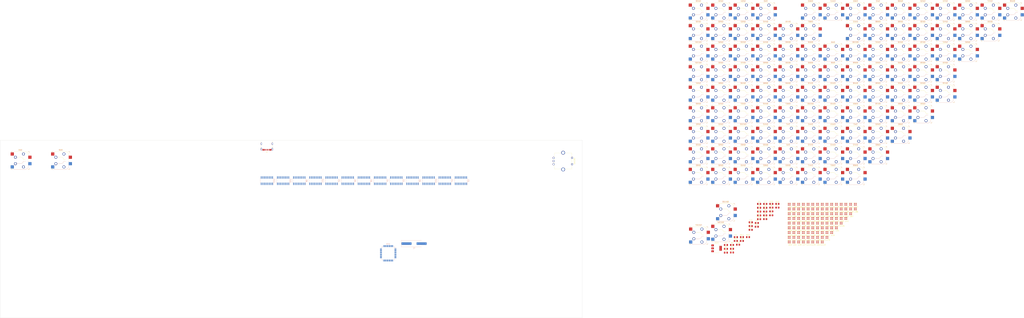
<source format=kicad_pcb>
(kicad_pcb (version 20211014) (generator pcbnew)
  (title_block (date "2023-01-10") (rev "0"))
  (layers (0 "F.Cu" signal) (31 "B.Cu" signal) (34 "B.Paste" user) (35 "F.Paste" user) (36 "B.SilkS" user "B.Silkscreen") (37 "F.SilkS" user "F.Silkscreen") (38 "B.Mask" user) (39 "F.Mask" user) (44 "Edge.Cuts" user))
  (net 0 "")
  (net 1 "VBUS")
  (net 2 "GND")
  (net 3 "VDD")
  (net 4 "Net-(C3-Pad1)")
  (net 5 "Net-(C4-Pad1)")
  (net 6 "/MCU/vdd_int_reg")
  (net 7 "Net-(D1-Pad1)")
  (net 8 "/MCU/scrlk_led")
  (net 9 "Net-(D2-Pad1)")
  (net 10 "/MCU/numlk_led")
  (net 11 "Net-(D3-Pad1)")
  (net 12 "/MCU/capslk_led")
  (net 13 "Net-(J1-PadA5)")
  (net 14 "Net-(J1-PadA6)")
  (net 15 "Net-(J1-PadA7)")
  (net 17 "Net-(J1-PadB5)")
  (net 19 "/MCU/vol+")
  (net 20 "/MCU/vol-")
  (net 21 "/MCU/volm")
  (net 22 "Net-(R8-Pad1)")
  (net 23 "Net-(R9-Pad1)")
  (net 24 "/Diode Arrays/COL00")
  (net 25 "/Diode Arrays/COL01")
  (net 26 "/Diode Arrays/COL02")
  (net 27 "/Diode Arrays/COL03")
  (net 28 "/Diode Arrays/COL04")
  (net 29 "/Diode Arrays/COL06")
  (net 30 "/Diode Arrays/COL05")
  (net 31 "/Diode Arrays/COL07")
  (net 32 "/Diode Arrays/COL08")
  (net 33 "/Diode Arrays/COL09")
  (net 34 "/Diode Arrays/COL10")
  (net 35 "/Diode Arrays/COL11")
  (net 36 "/Diode Arrays/COL12")
  (net 37 "/ROW0")
  (net 38 "R0C00")
  (net 39 "/ROW1")
  (net 40 "R1C00")
  (net 41 "/ROW2")
  (net 42 "R2C00")
  (net 43 "/ROW3")
  (net 44 "R3C00")
  (net 45 "/ROW4")
  (net 46 "R4C00")
  (net 47 "/ROW5")
  (net 48 "R5C00")
  (net 49 "/ROW6")
  (net 50 "R6C00")
  (net 51 "/ROW7")
  (net 52 "R7C00")
  (net 53 "R0C01")
  (net 54 "R1C01")
  (net 55 "R2C01")
  (net 56 "R3C01")
  (net 57 "R4C01")
  (net 58 "R5C01")
  (net 59 "R6C01")
  (net 60 "R7C01")
  (net 61 "R0C02")
  (net 62 "R1C02")
  (net 63 "R2C02")
  (net 64 "R3C02")
  (net 65 "R4C02")
  (net 66 "R5C02")
  (net 67 "R6C02")
  (net 68 "R7C02")
  (net 69 "R0C03")
  (net 70 "R1C03")
  (net 71 "R2C03")
  (net 72 "R3C03")
  (net 73 "R4C03")
  (net 74 "R5C03")
  (net 75 "R6C03")
  (net 76 "R7C03")
  (net 77 "R0C04")
  (net 78 "R1C04")
  (net 79 "R2C04")
  (net 80 "R3C04")
  (net 81 "R4C04")
  (net 82 "R5C04")
  (net 83 "R6C04")
  (net 84 "R7C04")
  (net 85 "R0C05")
  (net 86 "R1C05")
  (net 87 "R2C05")
  (net 88 "R3C05")
  (net 89 "R4C05")
  (net 90 "R5C05")
  (net 91 "R6C05")
  (net 92 "R7C05")
  (net 93 "R0C06")
  (net 94 "R1C06")
  (net 95 "R2C06")
  (net 96 "R3C06")
  (net 97 "R4C06")
  (net 98 "R5C06")
  (net 99 "R6C06")
  (net 100 "R7C06")
  (net 101 "R0C07")
  (net 102 "R1C07")
  (net 103 "R2C07")
  (net 104 "R3C07")
  (net 105 "R4C07")
  (net 106 "R5C07")
  (net 107 "R6C07")
  (net 108 "R7C07")
  (net 109 "R0C08")
  (net 110 "R1C08")
  (net 111 "R2C08")
  (net 112 "R3C08")
  (net 113 "R4C08")
  (net 114 "R5C08")
  (net 115 "R6C08")
  (net 116 "R7C08")
  (net 117 "R0C09")
  (net 118 "R1C09")
  (net 119 "R2C09")
  (net 120 "R3C09")
  (net 121 "R4C09")
  (net 122 "R5C09")
  (net 123 "R6C09")
  (net 124 "R7C09")
  (net 125 "R0C10")
  (net 126 "R1C10")
  (net 127 "R2C10")
  (net 128 "R3C10")
  (net 129 "R4C10")
  (net 130 "R5C10")
  (net 131 "R6C10")
  (net 132 "R7C10")
  (net 133 "R0C11")
  (net 134 "R1C11")
  (net 135 "R2C11")
  (net 136 "R3C11")
  (net 137 "R4C11")
  (net 138 "R5C11")
  (net 139 "R6C11")
  (net 140 "R7C11")
  (net 141 "R0C12")
  (net 142 "R1C12")
  (net 143 "R2C12")
  (net 144 "R3C12")
  (net 145 "R4C12")
  (net 146 "R5C12")
  (net 147 "R6C12")
  (net 148 "R7C12")
  (net 149 "Net-(SW105-PadA)")
  (net 150 "Net-(SW105-PadB)")
  (net 156 "/MCU/rgb_dout")
  (net 168 "Net-(U16-Pad2)")
  (net 169 "Net-(U17-Pad2)")
  (net 170 "/MCU/RGB LEDs/r0")
  (net 171 "Net-(U18-Pad2)")
  (net 172 "/MCU/RGB LEDs/r1")
  (net 173 "Net-(U19-Pad2)")
  (net 174 "/MCU/RGB LEDs/r2")
  (net 175 "Net-(U20-Pad2)")
  (net 176 "/MCU/RGB LEDs/r3")
  (net 177 "Net-(U21-Pad2)")
  (net 178 "/MCU/RGB LEDs/r4")
  (net 179 "Net-(U22-Pad2)")
  (net 180 "/MCU/RGB LEDs/r5")
  (net 181 "Net-(U23-Pad2)")
  (net 182 "/MCU/RGB LEDs/r6")
  (net 183 "Net-(U24-Pad2)")
  (net 184 "/MCU/RGB LEDs/r7")
  (net 185 "Net-(U25-Pad2)")
  (net 186 "/MCU/RGB LEDs/r8")
  (net 187 "Net-(U26-Pad2)")
  (net 188 "/MCU/RGB LEDs/r9")
  (net 189 "Net-(U27-Pad2)")
  (net 190 "/MCU/RGB LEDs/r10")
  (net 191 "Net-(U28-Pad2)")
  (net 192 "/MCU/RGB LEDs/r11")
  (net 193 "Net-(U29-Pad2)")
  (net 194 "/MCU/RGB LEDs/r12")
  (net 195 "Net-(U30-Pad2)")
  (net 196 "Net-(U31-Pad2)")
  (net 197 "Net-(U32-Pad2)")
  (net 198 "Net-(U33-Pad2)")
  (net 199 "Net-(U34-Pad2)")
  (net 200 "Net-(U35-Pad2)")
  (net 201 "Net-(U36-Pad2)")
  (net 202 "Net-(U37-Pad2)")
  (net 203 "Net-(U38-Pad2)")
  (net 204 "Net-(U39-Pad2)")
  (net 205 "Net-(U40-Pad2)")
  (net 206 "Net-(U41-Pad2)")
  (net 207 "Net-(U42-Pad2)")
  (net 208 "Net-(U43-Pad2)")
  (net 209 "Net-(U44-Pad2)")
  (net 210 "Net-(U45-Pad2)")
  (net 211 "Net-(U46-Pad2)")
  (net 212 "Net-(U47-Pad2)")
  (net 213 "Net-(U48-Pad2)")
  (net 214 "Net-(U49-Pad2)")
  (net 215 "Net-(U50-Pad2)")
  (net 216 "Net-(U51-Pad2)")
  (net 217 "Net-(U52-Pad2)")
  (net 218 "Net-(U53-Pad2)")
  (net 219 "Net-(U54-Pad2)")
  (net 220 "Net-(U55-Pad2)")
  (net 221 "Net-(U56-Pad2)")
  (net 222 "/MCU/RGB LEDs/DOUT")
  (net 223 "Net-(U58-Pad2)")
  (net 224 "Net-(U59-Pad2)")
  (net 225 "Net-(U60-Pad2)")
  (net 226 "Net-(U61-Pad2)")
  (net 227 "Net-(U62-Pad2)")
  (net 228 "Net-(U63-Pad2)")
  (net 229 "Net-(U64-Pad2)")
  (net 230 "Net-(U65-Pad2)")
  (net 231 "Net-(U66-Pad2)")
  (net 232 "Net-(U67-Pad2)")
  (net 233 "Net-(U68-Pad2)")
  (net 234 "Net-(U69-Pad2)")
  (net 235 "Net-(U70-Pad2)")
  (net 236 "Net-(U71-Pad2)")
  (net 237 "Net-(U72-Pad2)")
  (net 238 "Net-(U73-Pad2)")
  (net 239 "Net-(U74-Pad2)")
  (net 240 "Net-(U75-Pad2)")
  (net 241 "Net-(U76-Pad2)")
  (net 242 "Net-(U77-Pad2)")
  (net 243 "Net-(U78-Pad2)")
  (net 244 "Net-(U79-Pad2)")
  (net 245 "Net-(U80-Pad2)")
  (net 246 "Net-(U81-Pad2)")
  (net 247 "Net-(U82-Pad2)")
  (net 248 "Net-(U83-Pad2)")
  (net 249 "Net-(U84-Pad2)")
  (net 250 "Net-(U85-Pad2)")
  (net 251 "Net-(U86-Pad2)")
  (net 252 "Net-(U100-Pad4)")
  (net 253 "Net-(U101-Pad4)")
  (net 254 "Net-(U102-Pad4)")
  (net 255 "Net-(U103-Pad4)")
  (net 256 "Net-(U104-Pad4)")
  (net 257 "Net-(U105-Pad4)")
  (net 258 "Net-(U106-Pad4)")
  (net 259 "Net-(U107-Pad4)")
  (net 260 "Net-(U108-Pad4)")
  (net 261 "Net-(U109-Pad4)")
  (net 262 "Net-(U110-Pad4)")
  (net 263 "Net-(U111-Pad4)")
  (net 264 "Net-(U112-Pad4)")
  (net 265 "Net-(U100-Pad2)")
  (net 266 "Net-(U101-Pad2)")
  (net 267 "Net-(U102-Pad2)")
  (net 268 "Net-(U103-Pad2)")
  (net 269 "Net-(U104-Pad2)")
  (net 270 "Net-(U105-Pad2)")
  (net 271 "Net-(U106-Pad2)")
  (net 272 "Net-(U107-Pad2)")
  (net 273 "Net-(U108-Pad2)")
  (net 274 "Net-(U109-Pad2)")
  (footprint "keyswitches:Kailh_socket_MX_optional_reversible" (layer "F.Cu") (at 746.535 35.57)
    (fp_text reference "SW88")
    (fp_text value "SW_DIP_x01")
  )
  (footprint "keyswitches:Kailh_socket_MX_optional_reversible" (layer "F.Cu") (at 676.015 148.62)
    (fp_text reference "SW50")
    (fp_text value "SW_DIP_x01")
  )
  (footprint "LED_Adressable_User:IN-PI20TATPRPGPB" (layer "F.Cu") (at 683.075 190.715)
    (fp_text reference "U46")
    (fp_text value "IN-PI20TATPRPGPB" hide)
  )
  (footprint "keyswitches:Kailh_socket_MX_optional_reversible" (layer "F.Cu") (at 605.495 51.72)
    (fp_text reference "SW104")
    (fp_text value "SW_DIP_x01")
  )
  (footprint "keyswitches:Kailh_socket_MX_optional_reversible" (layer "F.Cu") (at 676.015 84.02)
    (fp_text reference "SW58")
    (fp_text value "SW_DIP_x01")
  )
  (footprint "LED_Adressable_User:IN-PI20TATPRPGPB" (layer "F.Cu") (at 694.205 183.295)
    (fp_text reference "U26")
    (fp_text value "IN-PI20TATPRPGPB" hide)
  )
  (footprint "keyswitches:Kailh_socket_MX_optional_reversible" (layer "F.Cu") (at 711.275 148.62)
    (fp_text reference "SW97")
    (fp_text value "SW_DIP_x01")
  )
  (footprint "keyswitches:Kailh_socket_MX_optional_reversible" (layer "F.Cu") (at 799.425 84.02)
    (fp_text reference "SW79")
    (fp_text value "SW_DIP_x01")
  )
  (footprint "keyswitches:Kailh_socket_MX_optional_reversible" (layer "F.Cu") (at 834.685 19.42)
    (fp_text reference "SW77")
    (fp_text value "SW_DIP_x01")
  )
  (footprint "LED_Adressable_User:IN-PI20TATPRPGPB" (layer "F.Cu") (at 709.045 175.875)
    (fp_text reference "U121")
    (fp_text value "IN-PI20TATPRPGPB" hide)
  )
  (footprint "LED_Adressable_User:IN-PI20TATPRPGPB" (layer "F.Cu") (at 690.495 201.845)
    (fp_text reference "U113")
    (fp_text value "IN-PI20TATPRPGPB" hide)
  )
  (footprint "LED_SMD:LED_0805_2012Metric_Pad1.15x1.40mm_HandSolder" (layer "F.Cu") (at 653.265 179.755)
    (fp_text reference "D3")
    (fp_text value "LED")
  )
  (footprint "Resistor_SMD:R_0805_2012Metric_Pad1.20x1.40mm_HandSolder" (layer "F.Cu") (at 667.59 173.63)
    (fp_text reference "R17")
    (fp_text value "10K")
  )
  (footprint "LED_Adressable_User:IN-PI20TATPRPGPB" (layer "F.Cu") (at 694.205 198.135)
    (fp_text reference "U23")
    (fp_text value "IN-PI20TATPRPGPB" hide)
  )
  (footprint "keyswitches:Kailh_socket_MX_optional_reversible" (layer "F.Cu") (at 623.125 67.87)
    (fp_text reference "SW31")
    (fp_text value "SW_DIP_x01")
  )
  (footprint "Resistor_SMD:R_0805_2012Metric_Pad1.20x1.40mm_HandSolder" (layer "F.Cu") (at 646.66 191.09)
    (fp_text reference "R14")
    (fp_text value "10K")
  )
  (footprint "keyswitches:Kailh_socket_MX_optional_reversible" (layer "F.Cu") (at 764.165 19.42)
    (fp_text reference "SW68")
    (fp_text value "SW_DIP_x01")
  )
  (footprint "LED_Adressable_User:IN-PI20TATPRPGPB" (layer "F.Cu") (at 705.335 179.585)
    (fp_text reference "U69")
    (fp_text value "IN-PI20TATPRPGPB" hide)
  )
  (footprint "keyswitches:Kailh_socket_MX_optional_reversible" (layer "F.Cu") (at 799.425 67.87)
    (fp_text reference "SW15")
    (fp_text value "SW_DIP_x01")
  )
  (footprint "keyswitches:Kailh_socket_MX_optional_reversible" (layer "F.Cu") (at 764.165 116.32)
    (fp_text reference "SW81")
    (fp_text value "SW_DIP_x01")
  )
  (footprint "LED_Adressable_User:IN-PI20TATPRPGPB" (layer "F.Cu") (at 683.075 194.425)
    (fp_text reference "U22")
    (fp_text value "IN-PI20TATPRPGPB" hide)
  )
  (footprint "keyswitches:Kailh_socket_MX_optional_reversible" (layer "F.Cu") (at 728.905 19.42)
    (fp_text reference "SW61")
    (fp_text value "SW_DIP_x01")
  )
  (footprint "keyswitches:Kailh_socket_MX_optional_reversible" (layer "F.Cu") (at 852.315 19.42)
    (fp_text reference "SW28")
    (fp_text value "SW_DIP_x01")
  )
  (footprint "keyswitches:Kailh_socket_MX_optional_reversible" (layer "F.Cu") (at 711.275 67.87)
    (fp_text reference "SW8")
    (fp_text value "SW_DIP_x01")
  )
  (footprint "keyswitches:Kailh_socket_MX_optional_reversible" (layer "F.Cu") (at 764.165 67.87)
    (fp_text reference "SW32")
    (fp_text value "SW_DIP_x01")
  )
  (footprint "keyswitches:Kailh_socket_MX_optional_reversible" (layer "F.Cu") (at 746.535 19.42)
    (fp_text reference "SW3")
    (fp_text value "SW_DIP_x01")
  )
  (footprint "LED_Adressable_User:IN-PI20TATPRPGPB" (layer "F.Cu") (at 697.915 194.425)
    (fp_text reference "U97")
    (fp_text value "IN-PI20TATPRPGPB" hide)
  )
  (footprint "LED_Adressable_User:IN-PI20TATPRPGPB" (layer "F.Cu") (at 690.495 187.005)
    (fp_text reference "U92")
    (fp_text value "IN-PI20TATPRPGPB" hide)
  )
  (footprint "keyswitches:Kailh_socket_MX_optional_reversible" (layer "F.Cu") (at 658.385 132.47)
    (fp_text reference "SW39")
    (fp_text value "SW_DIP_x01")
  )
  (footprint "keyswitches:Kailh_socket_MX_optional_reversible" (layer "F.Cu") (at 676.015 116.32)
    (fp_text reference "SW7")
    (fp_text value "SW_DIP_x01")
  )
  (footprint "LED_Adressable_User:IN-PI20TATPRPGPB" (layer "F.Cu") (at 694.205 179.585)
    (fp_text reference "U65")
    (fp_text value "IN-PI20TATPRPGPB" hide)
  )
  (footprint "Capacitor_SMD:C_0805_2012Metric_Pad1.18x1.45mm_HandSolder" (layer "F.Cu") (at 646.69 185.16)
    (fp_text reference "C3")
    (fp_text value "22p")
  )
  (footprint "Capacitor_SMD:C_0805_2012Metric_Pad1.18x1.45mm_HandSolder" (layer "F.Cu") (at 653.25 173.72)
    (fp_text reference "C6")
    (fp_text value "100n")
  )
  (footprint "LED_Adressable_User:IN-PI20TATPRPGPB" (layer "F.Cu") (at 697.915 198.135)
    (fp_text reference "U80")
    (fp_text value "IN-PI20TATPRPGPB" hide)
  )
  (footprint "LED_Adressable_User:IN-PI20TATPRPGPB" (layer "F.Cu") (at 705.335 183.295)
    (fp_text reference "U89")
    (fp_text value "IN-PI20TATPRPGPB" hide)
  )
  (footprint "keyswitches:Kailh_socket_MX_optional_reversible" (layer "F.Cu") (at 711.275 84.02)
    (fp_text reference "SW10")
    (fp_text value "SW_DIP_x01")
  )
  (footprint "LED_Adressable_User:IN-PI20TATPRPGPB" (layer "F.Cu") (at 694.205 187.005)
    (fp_text reference "U111")
    (fp_text value "IN-PI20TATPRPGPB" hide)
  )
  (footprint "Resistor_SMD:R_0805_2012Metric_Pad1.20x1.40mm_HandSolder" (layer "F.Cu") (at 651.41 188.65)
    (fp_text reference "R15")
    (fp_text value "10K")
  )
  (footprint "keyswitches:Kailh_socket_MX_optional_reversible" (layer "F.Cu") (at 693.645 19.42)
    (fp_text reference "SW63")
    (fp_text value "SW_DIP_x01")
  )
  (footprint "Resistor_SMD:R_0805_2012Metric_Pad1.20x1.40mm_HandSolder" (layer "F.Cu") (at 639.72 199.83)
    (fp_text reference "R16")
    (fp_text value "10K")
  )
  (footprint "LED_Adressable_User:IN-PI20TATPRPGPB" (layer "F.Cu") (at 697.915 179.585)
    (fp_text reference "U99")
    (fp_text value "IN-PI20TATPRPGPB" hide)
  )
  (footprint "keyswitches:Kailh_socket_MX_optional_reversible" (layer "F.Cu") (at 817.055 35.57)
    (fp_text reference "SW80")
    (fp_text value "SW_DIP_x01")
  )
  (footprint "keyswitches:Kailh_socket_MX_optional_reversible" (layer "F.Cu") (at 658.385 67.87)
    (fp_text reference "SW90")
    (fp_text value "SW_DIP_x01")
  )
  (footprint "keyswitches:Kailh_socket_MX_optional_reversible" (layer "F.Cu") (at 676.015 51.72)
    (fp_text reference "SW98")
    (fp_text value "SW_DIP_x01")
  )
  (footprint "keyswitches:Kailh_socket_MX_optional_reversible" (layer "F.Cu") (at 817.055 19.42)
    (fp_text reference "SW55")
    (fp_text value "SW_DIP_x01")
  )
  (footprint "LED_Adressable_User:IN-PI20TATPRPGPB" (layer "F.Cu") (at 720.175 172.165)
    (fp_text reference "U28")
    (fp_text value "IN-PI20TATPRPGPB" hide)
  )
  (footprint "LED_Adressable_User:IN-PI20TATPRPGPB" (layer "F.Cu") (at 727.595 172.165)
    (fp_text reference "U67")
    (fp_text value "IN-PI20TATPRPGPB" hide)
  )
  (footprint "Resistor_SMD:R_0805_2012Metric_Pad1.20x1.40mm_HandSolder" (layer "F.Cu") (at 662.84 173.63)
    (fp_text reference "R6")
    (fp_text value "10K")
  )
  (footprint "LED_Adressable_User:IN-PI20TATPRPGPB" (layer "F.Cu") (at 675.655 172.165)
    (fp_text reference "U94")
    (fp_text value "IN-PI20TATPRPGPB" hide)
  )
  (footprint "keyswitches:Kailh_socket_MX_optional_reversible" (layer "F.Cu") (at 640.755 116.32)
    (fp_text reference "SW103")
    (fp_text value "SW_DIP_x01")
  )
  (footprint "LED_Adressable_User:IN-PI20TATPRPGPB" (layer "F.Cu") (at 683.075 187.005)
    (fp_text reference "U21")
    (fp_text value "IN-PI20TATPRPGPB" hide)
  )
  (footprint "LED_Adressable_User:IN-PI20TATPRPGPB" (layer "F.Cu") (at 675.655 179.585)
    (fp_text reference "U70")
    (fp_text value "IN-PI20TATPRPGPB" hide)
  )
  (footprint "LED_Adressable_User:IN-PI20TATPRPGPB" (layer "F.Cu") (at 712.755 190.715)
    (fp_text reference "U31")
    (fp_text value "IN-PI20TATPRPGPB" hide)
  )
  (footprint "LED_Adressable_User:IN-PI20TATPRPGPB" (layer "F.Cu") (at 709.045 172.165)
    (fp_text reference "U104")
    (fp_text value "IN-PI20TATPRPGPB" hide)
  )
  (footprint "LED_Adressable_User:IN-PI20TATPRPGPB" (layer "F.Cu") (at 679.365 183.295)
    (fp_text reference "U49")
    (fp_text value "IN-PI20TATPRPGPB" hide)
  )
  (footprint "LED_Adressable_User:IN-PI20TATPRPGPB" (layer "F.Cu") (at 694.205 194.425)
    (fp_text reference "U36")
    (fp_text value "IN-PI20TATPRPGPB" hide)
  )
  (footprint "LED_Adressable_User:IN-PI20TATPRPGPB" (layer "F.Cu") (at 686.785 190.715)
    (fp_text reference "U75")
    (fp_text value "IN-PI20TATPRPGPB" hide)
  )
  (footprint "LED_Adressable_User:IN-PI20TATPRPGPB" (layer "F.Cu") (at 697.915 172.165)
    (fp_text reference "U82")
    (fp_text value "IN-PI20TATPRPGPB" hide)
  )
  (footprint "LED_Adressable_User:IN-PI20TATPRPGPB" (layer "F.Cu") (at 694.205 190.715)
    (fp_text reference "U25")
    (fp_text value "IN-PI20TATPRPGPB" hide)
  )
  (footprint "keyswitches:Kailh_socket_MX_optional_reversible" (layer "F.Cu") (at 605.495 148.62)
    (fp_text reference "SW85")
    (fp_text value "SW_DIP_x01")
  )
  (footprint "keyswitches:Kailh_socket_MX_optional_reversible" (layer "F.Cu") (at 799.425 35.57)
    (fp_text reference "SW42")
    (fp_text value "SW_DIP_x01")
  )
  (footprint "keyswitches:Kailh_socket_MX_optional_reversible" (layer "F.Cu") (at 658.385 51.72)
    (fp_text reference "SW45")
    (fp_text value "SW_DIP_x01")
  )
  (footprint "keyswitches:Kailh_socket_MX_optional_reversible" (layer "F.Cu") (at 711.275 132.47)
    (fp_text reference "SW43")
    (fp_text value "SW_DIP_x01")
  )
  (footprint "Resistor_SMD:R_0805_2012Metric_Pad1.20x1.40mm_HandSolder" (layer "F.Cu") (at 662.84 170.68)
    (fp_text reference "R23")
    (fp_text value "10K")
  )
  (footprint "keyswitches:Kailh_socket_MX_optional_reversible" (layer "F.Cu") (at 626.945 177.28)
    (fp_text reference "SW108")
    (fp_text value "SW_DIP_x01")
  )
  (footprint "LED_Adressable_User:IN-PI20TATPRPGPB" (layer "F.Cu") (at 716.465 183.295)
    (fp_text reference "U83")
    (fp_text value "IN-PI20TATPRPGPB" hide)
  )
  (footprint "LED_Adressable_User:IN-PI20TATPRPGPB" (layer "F.Cu") (at 683.075 183.295)
    (fp_text reference "U95")
    (fp_text value "IN-PI20TATPRPGPB" hide)
  )
  (footprint "Resistor_SMD:R_0805_2012Metric_Pad1.20x1.40mm_HandSolder" (layer "F.Cu") (at 653.22 182.75)
    (fp_text reference "R10")
    (fp_text value "56K")
  )
  (footprint "LED_Adressable_User:IN-PI20TATPRPGPB" (layer "F.Cu") (at 701.625 201.845)
    (fp_text reference "U110")
    (fp_text value "IN-PI20TATPRPGPB" hide)
  )
  (footprint "keyswitches:Kailh_socket_MX_optional_reversible" (layer "F.Cu") (at 781.795 51.72)
    (fp_text reference "SW75")
    (fp_text value "SW_DIP_x01")
  )
  (footprint "LED_Adressable_User:IN-PI20TATPRPGPB" (layer "F.Cu") (at 694.205 175.875)
    (fp_text reference "U24")
    (fp_text value "IN-PI20TATPRPGPB" hide)
  )
  (footprint "keyswitches:Kailh_socket_MX_optional_reversible" (layer "F.Cu") (at 728.905 51.72)
    (fp_text reference "SW100")
    (fp_text value "SW_DIP_x01")
  )
  (footprint "LED_Adressable_User:IN-PI20TATPRPGPB" (layer "F.Cu") (at 679.365 172.165)
    (fp_text reference "U88")
    (fp_text value "IN-PI20TATPRPGPB" hide)
  )
  (footprint "LED_Adressable_User:IN-PI20TATPRPGPB" (layer "F.Cu") (at 720.175 183.295)
    (fp_text reference "U41")
    (fp_text value "IN-PI20TATPRPGPB" hide)
  )
  (footprint "keyswitches:Kailh_socket_MX_optional_reversible" (layer "F.Cu") (at 799.425 19.42)
    (fp_text reference "SW74")
    (fp_text value "SW_DIP_x01")
  )
  (footprint "Capacitor_SMD:C_0805_2012Metric_Pad1.18x1.45mm_HandSolder" (layer "F.Cu") (at 635 196.85)
    (fp_text reference "C1")
    (fp_text value "1u")
  )
  (footprint "LED_Adressable_User:IN-PI20TATPRPGPB" (layer "F.Cu") (at 694.205 201.845)
    (fp_text reference "U20")
    (fp_text value "IN-PI20TATPRPGPB" hide)
  )
  (footprint "keyswitches:Kailh_socket_MX_optional_reversible" (layer "F.Cu") (at 658.385 148.62)
    (fp_text reference "SW83")
    (fp_text value "SW_DIP_x01")
  )
  (footprint "LED_Adressable_User:IN-PI20TATPRPGPB" (layer "F.Cu") (at 675.655 190.715)
    (fp_text reference "U50")
    (fp_text value "IN-PI20TATPRPGPB" hide)
  )
  (footprint "Resistor_SMD:R_0805_2012Metric_Pad1.20x1.40mm_HandSolder" (layer "F.Cu") (at 634.97 199.83)
    (fp_text reference "R12")
    (fp_text value "10K")
  )
  (footprint "Resistor_SMD:R_0805_2012Metric_Pad1.20x1.40mm_HandSolder" (layer "F.Cu") (at 636.73 202.78)
    (fp_text reference "R18")
    (fp_text value "10K")
  )
  (footprint "Resistor_SMD:R_0805_2012Metric_Pad1.20x1.40mm_HandSolder" (layer "F.Cu") (at 667.59 170.68)
    (fp_text reference "R19")
    (fp_text value "10K")
  )
  (footprint "Resistor_SMD:R_0805_2012Metric_Pad1.20x1.40mm_HandSolder" (layer "F.Cu") (at 662.82 176.58)
    (fp_text reference "R5")
    (fp_text value "10K")
  )
  (footprint "keyswitches:Kailh_socket_MX_optional_reversible" (layer "F.Cu") (at 781.795 67.87)
    (fp_text reference "SW25")
    (fp_text value "SW_DIP_x01")
  )
  (footprint "keyswitches:Kailh_socket_MX_optional_reversible" (layer "F.Cu") (at 799.425 51.72)
    (fp_text reference "SW17")
    (fp_text value "SW_DIP_x01")
  )
  (footprint "Connector_USB:USB_C_Receptacle_GCT_USB4105-xx-A_16P_TopMnt_Horizontal" (layer "F.Cu") (at 266.7 124.46 180)
    (fp_text reference "J1")
    (fp_text value "USB_C_Receptacle_USB2.0")
  )
  (footprint "LED_Adressable_User:IN-PI20TATPRPGPB" (layer "F.Cu") (at 716.465 187.005)
    (fp_text reference "U105")
    (fp_text value "IN-PI20TATPRPGPB" hide)
  )
  (footprint "keyswitches:Kailh_socket_MX_optional_reversible" (layer "F.Cu") (at 623.125 35.57)
    (fp_text reference "SW93")
    (fp_text value "SW_DIP_x01")
  )
  (footprint "keyswitches:Kailh_socket_MX_optional_reversible" (layer "F.Cu") (at 104.775 136.525)
    (fp_text reference "SW9")
    (fp_text value "SW_DIP_x01")
  )
  (footprint "keyswitches:Kailh_socket_MX_optional_reversible" (layer "F.Cu") (at 711.275 116.32)
    (fp_text reference "SW14")
    (fp_text value "SW_DIP_x01")
  )
  (footprint "Resistor_SMD:R_0805_2012Metric_Pad1.20x1.40mm_HandSolder" (layer "F.Cu") (at 662.76 179.68)
    (fp_text reference "R4")
    (fp_text value "10K")
  )
  (footprint "LED_Adressable_User:IN-PI20TATPRPGPB" (layer "F.Cu") (at 709.045 187.005)
    (fp_text reference "U101")
    (fp_text value "IN-PI20TATPRPGPB" hide)
  )
  (footprint "LED_Adressable_User:IN-PI20TATPRPGPB" (layer "F.Cu") (at 705.335 194.425)
    (fp_text reference "U71")
    (fp_text value "IN-PI20TATPRPGPB" hide)
  )
  (footprint "LED_Adressable_User:IN-PI20TATPRPGPB" (layer "F.Cu") (at 701.625 187.005)
    (fp_text reference "U57")
    (fp_text value "IN-PI20TATPRPGPB" hide)
  )
  (footprint "keyswitches:Kailh_socket_MX_optional_reversible" (layer "F.Cu") (at 623.125 19.42)
    (fp_text reference "SW34")
    (fp_text value "SW_DIP_x01")
  )
  (footprint "keyswitches:Kailh_socket_MX_optional_reversible" (layer "F.Cu") (at 676.015 35.57)
    (fp_text reference "SW76")
    (fp_text value "SW_DIP_x01")
  )
  (footprint "keyswitches:Kailh_socket_MX_optional_reversible" (layer "F.Cu") (at 623.125 132.47)
    (fp_text reference "SW92")
    (fp_text value "SW_DIP_x01")
  )
  (footprint "keyswitches:Kailh_socket_MX_optional_reversible" (layer "F.Cu") (at 605.495 116.32)
    (fp_text reference "SW91")
    (fp_text value "SW_DIP_x01")
  )
  (footprint "Resistor_SMD:R_0805_2012Metric_Pad1.20x1.40mm_HandSolder" (layer "F.Cu") (at 646.66 188.14)
    (fp_text reference "R20")
    (fp_text value "10K")
  )
  (footprint "LED_Adressable_User:IN-PI20TATPRPGPB" (layer "F.Cu") (at 697.915 183.295)
    (fp_text reference "U81")
    (fp_text value "IN-PI20TATPRPGPB" hide)
  )
  (footprint "keyswitches:Kailh_socket_MX_optional_reversible" (layer "F.Cu") (at 764.165 84.02)
    (fp_text reference "SW22")
    (fp_text value "SW_DIP_x01")
  )
  (footprint "keyswitches:Kailh_socket_MX_optional_reversible" (layer "F.Cu") (at 640.755 67.87)
    (fp_text reference "SW71")
    (fp_text value "SW_DIP_x01")
  )
  (footprint "Resistor_SMD:R_0805_2012Metric_Pad1.20x1.40mm_HandSolder" (layer "F.Cu") (at 651.47 185.7)
    (fp_text reference "R7")
    (fp_text value "56K")
  )
  (footprint "keyswitches:Kailh_socket_MX_optional_reversible" (layer "F.Cu") (at 728.905 84.02)
    (fp_text reference "SW38")
    (fp_text value "SW_DIP_x01")
  )
  (footprint "LED_Adressable_User:IN-PI20TATPRPGPB" (layer "F.Cu") (at 705.335 175.875)
    (fp_text reference "U60")
    (fp_text value "IN-PI20TATPRPGPB" hide)
  )
  (footprint "LED_Adressable_User:IN-PI20TATPRPGPB" (layer "F.Cu") (at 675.655 187.005)
    (fp_text reference "U37")
    (fp_text value "IN-PI20TATPRPGPB" hide)
  )
  (footprint "LED_Adressable_User:IN-PI20TATPRPGPB" (layer "F.Cu") (at 686.785 201.845)
    (fp_text reference "U27")
    (fp_text value "IN-PI20TATPRPGPB" hide)
  )
  (footprint "keyswitches:Kailh_socket_MX_optional_reversible" (layer "F.Cu") (at 728.905 148.62)
    (fp_text reference "SW89")
    (fp_text value "SW_DIP_x01")
  )
  (footprint "LED_Adressable_User:IN-PI20TATPRPGPB" (layer "F.Cu") (at 701.625 183.295)
    (fp_text reference "U122")
    (fp_text value "IN-PI20TATPRPGPB" hide)
  )
  (footprint "Resistor_SMD:R_0805_2012Metric_Pad1.20x1.40mm_HandSolder" (layer "F.Cu") (at 658.01 179.71)
    (fp_text reference "R8")
    (fp_text value "27")
  )
  (footprint "LED_Adressable_User:IN-PI20TATPRPGPB" (layer "F.Cu") (at 712.755 179.585)
    (fp_text reference "U32")
    (fp_text value "IN-PI20TATPRPGPB" hide)
  )
  (footprint "LED_Adressable_User:IN-PI20TATPRPGPB" (layer "F.Cu") (at 690.495 175.875)
    (fp_text reference "U120")
    (fp_text value "IN-PI20TATPRPGPB" hide)
  )
  (footprint "keyswitches:Kailh_socket_MX_optional_reversible" (layer "F.Cu") (at 676.015 67.87)
    (fp_text reference "SW36")
    (fp_text value "SW_DIP_x01")
  )
  (footprint "Resistor_SMD:R_0805_2012Metric_Pad1.20x1.40mm_HandSolder" (layer "F.Cu") (at 631.98 202.98)
    (fp_text reference "R2")
    (fp_text value "220")
  )
  (footprint "keyswitches:Kailh_socket_MX_optional_reversible" (layer "F.Cu") (at 693.645 100.17)
    (fp_text reference "SW101")
    (fp_text value "SW_DIP_x01")
  )
  (footprint "LED_Adressable_User:IN-PI20TATPRPGPB" (layer "F.Cu") (at 697.915 201.845)
    (fp_text reference "U53")
    (fp_text value "IN-PI20TATPRPGPB" hide)
  )
  (footprint "keyswitches:Kailh_socket_MX_optional_reversible" (layer "F.Cu") (at 658.385 19.42)
    (fp_text reference "SW5")
    (fp_text value "SW_DIP_x01")
  )
  (footprint "LED_Adressable_User:IN-PI20TATPRPGPB" (layer "F.Cu") (at 686.785 183.295)
    (fp_text reference "U108")
    (fp_text value "IN-PI20TATPRPGPB" hide)
  )
  (footprint "LED_Adressable_User:IN-PI20TATPRPGPB" (layer "F.Cu") (at 720.175 175.875)
    (fp_text reference "U38")
    (fp_text value "IN-PI20TATPRPGPB" hide)
  )
  (footprint "LED_Adressable_User:IN-PI20TATPRPGPB" (layer "F.Cu") (at 720.175 179.585)
    (fp_text reference "U52")
    (fp_text value "IN-PI20TATPRPGPB" hide)
  )
  (footprint "LED_Adressable_User:IN-PI20TATPRPGPB" (layer "F.Cu") (at 690.495 172.165)
    (fp_text reference "U119")
    (fp_text value "IN-PI20TATPRPGPB" hide)
  )
  (footprint "keyswitches:Kailh_socket_MX_optional_reversible" (layer "F.Cu") (at 711.275 100.17)
    (fp_text reference "SW46")
    (fp_text value "SW_DIP_x01")
  )
  (footprint "keyswitches:Kailh_socket_MX_optional_reversible" (layer "F.Cu") (at 605.495 100.17)
    (fp_text reference "SW69")
    (fp_text value "SW_DIP_x01")
  )
  (footprint "Resistor_SMD:R_0805_2012Metric_Pad1.20x1.40mm_HandSolder" (layer "F.Cu") (at 631.96 208.94)
    (fp_text reference "R21")
    (fp_text value "10K")
  )
  (footprint "LED_Adressable_User:IN-PI20TATPRPGPB" (layer "F.Cu") (at 716.465 175.875)
    (fp_text reference "U90")
    (fp_text value "IN-PI20TATPRPGPB" hide)
  )
  (footprint "keyswitches:Kailh_socket_MX_optional_reversible" (layer "F.Cu") (at 623.125 116.32)
    (fp_text reference "SW21")
    (fp_text value "SW_DIP_x01")
  )
  (footprint "keyswitches:Kailh_socket_MX_optional_reversible" (layer "F.Cu") (at 728.905 35.57)
    (fp_text reference "SW11")
    (fp_text value "SW_DIP_x01")
  )
  (footprint "keyswitches:Kailh_socket_MX_optional_reversible" (layer "F.Cu") (at 605.495 19.42)
    (fp_text reference "SW29")
    (fp_text value "SW_DIP_x01")
  )
  (footprint "LED_Adressable_User:IN-PI20TATPRPGPB" (layer "F.Cu") (at 679.365 187.005)
    (fp_text reference "U77")
    (fp_text value "IN-PI20TATPRPGPB" hide)
  )
  (footprint "Resistor_SMD:R_0805_2012Metric_Pad1.20x1.40mm_HandSolder" (layer "F.Cu") (at 627.17 209.03)
    (fp_text reference "R3")
    (fp_text value "220")
  )
  (footprint "LED_Adressable_User:IN-PI20TATPRPGPB" (layer "F.Cu") (at 683.075 175.875)
    (fp_text reference "U34")
    (fp_text value "IN-PI20TATPRPGPB" hide)
  )
  (footprint "keyswitches:Kailh_socket_MX_optional_reversible" (layer "F.Cu") (at 834.685 35.57)
    (fp_text reference "SW26")
    (fp_text value "SW_DIP_x01")
  )
  (footprint "LED_SMD:LED_0805_2012Metric_Pad1.15x1.40mm_HandSolder" (layer "F.Cu") (at 627.215 206.035)
    (fp_text reference "D1")
    (fp_text value "LED")
  )
  (footprint "LED_Adressable_User:IN-PI20TATPRPGPB" (layer "F.Cu") (at 679.365 201.845)
    (fp_text reference "U51")
    (fp_text value "IN-PI20TATPRPGPB" hide)
  )
  (footprint "Resistor_SMD:R_0805_2012Metric_Pad1.20x1.40mm_HandSolder" (layer "F.Cu") (at 658.03 176.73)
    (fp_text reference "R9")
    (fp_text value "27")
  )
  (footprint "Rotary_Encoder:RotaryEncoder_Bourns_Vertical_PEC12R-3xxxF-Sxxxx" (layer "F.Cu") (at 491.86 134.5)
    (fp_text reference "SW105")
    (fp_text value "RotaryEncoder")
  )
  (footprint "keyswitches:Kailh_socket_MX_optional_reversible" (layer "F.Cu") (at 817.055 51.72)
    (fp_text reference "SW60")
    (fp_text value "SW_DIP_x01")
  )
  (footprint "keyswitches:Kailh_socket_MX_optional_reversible" (layer "F.Cu") (at 781.795 100.17)
    (fp_text reference "SW24")
    (fp_text value "SW_DIP_x01")
  )
  (footprint "keyswitches:Kailh_socket_MX_optional_reversible" (layer "F.Cu") (at 676.015 100.17)
    (fp_text reference "SW67")
    (fp_text value "SW_DIP_x01")
  )
  (footprint "keyswitches:Kailh_socket_MX_optional_reversible" (layer "F.Cu") (at 764.165 35.57)
    (fp_text reference "SW96")
    (fp_text value "SW_DIP_x01")
  )
  (footprint "keyswitches:Kailh_socket_MX_optional_reversible" (layer "F.Cu") (at 693.645 116.32)
    (fp_text reference "SW41")
    (fp_text value "SW_DIP_x01")
  )
  (footprint "LED_Adressable_User:IN-PI20TATPRPGPB" (layer "F.Cu") (at 686.785 187.005)
    (fp_text reference "U58")
    (fp_text value "IN-PI20TATPRPGPB" hide)
  )
  (footprint "LED_Adressable_User:IN-PI20TATPRPGPB" (layer "F.Cu") (at 675.655 175.875)
    (fp_text reference "U109")
    (fp_text value "IN-PI20TATPRPGPB" hide)
  )
  (footprint "LED_Adressable_User:IN-PI20TATPRPGPB" (layer "F.Cu") (at 686.785 194.425)
    (fp_text reference "U115")
    (fp_text value "IN-PI20TATPRPGPB" hide)
  )
  (footprint "LED_Adressable_User:IN-PI20TATPRPGPB" (layer "F.Cu") (at 701.625 194.425)
    (fp_text reference "U68")
    (fp_text value "IN-PI20TATPRPGPB" hide)
  )
  (footprint "LED_Adressable_User:IN-PI20TATPRPGPB" (layer "F.Cu") (at 690.495 179.585)
    (fp_text reference "U100")
    (fp_text value "IN-PI20TATPRPGPB" hide)
  )
  (footprint "keyswitches:Kailh_socket_MX_optional_reversible" (layer "F.Cu") (at 640.755 84.02)
    (fp_text reference "SW48")
    (fp_text value "SW_DIP_x01")
  )
  (footprint "keyswitches:Kailh_socket_MX_optional_reversible" (layer "F.Cu") (at 781.795 84.02)
    (fp_text reference "SW23")
    (fp_text value "SW_DIP_x01")
  )
  (footprint "LED_Adressable_User:IN-PI20TATPRPGPB" (layer "F.Cu") (at 690.495 183.295)
    (fp_text reference "U55")
    (fp_text value "IN-PI20TATPRPGPB" hide)
  )
  (footprint "keyswitches:Kailh_socket_MX_optional_reversible" (layer "F.Cu") (at 711.275 51.72)
    (fp_text reference "SW6")
    (fp_text value "SW_DIP_x01")
  )
  (footprint "Capacitor_SMD:C_0805_2012Metric_Pad1.18x1.45mm_HandSolder" (layer "F.Cu") (at 653.25 176.73)
    (fp_text reference "C2")
    (fp_text value "1u")
  )
  (footprint "LED_Adressable_User:IN-PI20TATPRPGPB" (layer "F.Cu") (at 705.335 187.005)
    (fp_text reference "U96")
    (fp_text value "IN-PI20TATPRPGPB" hide)
  )
  (footprint "keyswitches:Kailh_socket_MX_optional_reversible" (layer "F.Cu") (at 781.795 19.42)
    (fp_text reference "SW33")
    (fp_text value "SW_DIP_x01")
  )
  (footprint "keyswitches:Kailh_socket_MX_optional_reversible" (layer "F.Cu") (at 658.385 84.02)
    (fp_text reference "SW86")
    (fp_text value "SW_DIP_x01")
  )
  (footprint "keyswitches:Kailh_socket_MX_optional_reversible" (layer "F.Cu") (at 746.535 67.87)
    (fp_text reference "SW51")
    (fp_text value "SW_DIP_x01")
  )
  (footprint "keyswitches:Kailh_socket_MX_optional_reversible" (layer "F.Cu") (at 728.905 100.17)
    (fp_text reference "SW64")
    (fp_text value "SW_DIP_x01")
  )
  (footprint "LED_Adressable_User:IN-PI20TATPRPGPB" (layer "F.Cu") (at 709.045 194.425)
    (fp_text reference "U19")
    (fp_text value "IN-PI20TATPRPGPB" hide)
  )
  (footprint "LED_Adressable_User:IN-PI20TATPRPGPB" (layer "F.Cu") (at 683.075 179.585)
    (fp_text reference "U73")
    (fp_text value "IN-PI20TATPRPGPB" hide)
  )
  (footprint "LED_Adressable_User:IN-PI20TATPRPGPB" (layer "F.Cu") (at 679.365 198.135)
    (fp_text reference "U47")
    (fp_text value "IN-PI20TATPRPGPB" hide)
  )
  (footprint "keyswitches:Kailh_socket_MX_optional_reversible" (layer "F.Cu") (at 693.645 67.87)
    (fp_text reference "SW56")
    (fp_text value "SW_DIP_x01")
  )
  (footprint "Package_TO_SOT_SMD:SOT-223-3_TabPin2" (layer "F.Cu") (at 619.87 205.63)
    (fp_text reference "U14")
    (fp_text value "TLV1117LV")
  )
  (footprint "keyswitches:Kailh_socket_MX_optional_reversible" (layer "F.Cu") (at 764.165 51.72)
    (fp_text reference "SW18")
    (fp_text value "SW_DIP_x01")
  )
  (footprint "LED_Adressable_User:IN-PI20TATPRPGPB" (layer "F.Cu") (at 709.045 179.585)
    (fp_text reference "U45")
    (fp_text value "IN-PI20TATPRPGPB" hide)
  )
  (footprint "keyswitches:Kailh_socket_MX_optional_reversible" (layer "F.Cu") (at 746.535 132.47)
    (fp_text reference "SW82")
    (fp_text value "SW_DIP_x01")
  )
  (footprint "keyswitches:Kailh_socket_MX_optional_reversible" (layer "F.Cu") (at 693.645 132.47)
    (fp_text reference "SW73")
    (fp_text value "SW_DIP_x01")
  )
  (footprint "keyswitches:Kailh_socket_MX_optional_reversible" (layer "F.Cu") (at 605.495 132.47)
    (fp_text reference "SW20")
    (fp_text value "SW_DIP_x01")
  )
  (footprint "keyswitches:Kailh_socket_MX_optional_reversible" (layer "F.Cu") (at 781.795 35.57)
    (fp_text reference "SW35")
    (fp_text value "SW_DIP_x01")
  )
  (footprint "keyswitches:Kailh_socket_MX_optional_reversible" (layer "F.Cu") (at 658.385 100.17)
    (fp_text reference "SW49")
    (fp_text value "SW_DIP_x01")
  )
  (footprint "Resistor_SMD:R_0805_2012Metric_Pad1.20x1.40mm_HandSolder" (layer "F.Cu") (at 658.01 182.66)
    (fp_text reference "R13")
    (fp_text value "10K")
  )
  (footprint "LED_Adressable_User:IN-PI20TATPRPGPB" (layer "F.Cu") (at 697.915 187.005)
    (fp_text reference "U118")
    (fp_text value "IN-PI20TATPRPGPB" hide)
  )
  (footprint "keyswitches:Kailh_socket_MX_optional_reversible" (layer "F.Cu") (at 640.755 35.57)
    (fp_text reference "SW52")
    (fp_text value "SW_DIP_x01")
  )
  (footprint "keyswitches:Kailh_socket_MX_optional_reversible" (layer "F.Cu") (at 728.905 132.47)
    (fp_text reference "SW72")
    (fp_text value "SW_DIP_x01")
  )
  (footprint "keyswitches:Kailh_socket_MX_optional_reversible" (layer "F.Cu") (at 693.645 84.02)
    (fp_text reference "SW70")
    (fp_text value "SW_DIP_x01")
  )
  (footprint "LED_Adressable_User:IN-PI20TATPRPGPB" (layer "F.Cu") (at 701.625 172.165)
    (fp_text reference "U33")
    (fp_text value "IN-PI20TATPRPGPB" hide)
  )
  (footprint "LED_Adressable_User:IN-PI20TATPRPGPB" (layer "F.Cu") (at 716.465 172.165)
    (fp_text reference "U64")
    (fp_text value "IN-PI20TATPRPGPB" hide)
  )
  (footprint "Resistor_SMD:R_0805_2012Metric_Pad1.20x1.40mm_HandSolder" (layer "F.Cu") (at 644.53 196.82)
    (fp_text reference "R22")
    (fp_text value "10K")
  )
  (footprint "keyswitches:Kailh_socket_MX_optional_reversible" (layer "F.Cu") (at 746.535 51.72)
    (fp_text reference "SW37")
    (fp_text value "SW_DIP_x01")
  )
  (footprint "LED_Adressable_User:IN-PI20TATPRPGPB" (layer "F.Cu") (at 675.655 183.295)
    (fp_text reference "U44")
    (fp_text value "IN-PI20TATPRPGPB" hide)
  )
  (footprint "keyswitches:Kailh_socket_MX_optional_reversible" (layer "F.Cu") (at 640.755 19.42)
    (fp_text reference "SW54")
    (fp_text value "SW_DIP_x01")
  )
  (footprint "Capacitor_SMD:C_0805_2012Metric_Pad1.18x1.45mm_HandSolder" (layer "F.Cu") (at 653.25 170.71)
    (fp_text reference "C5")
    (fp_text value "2.2u")
  )
  (footprint "LED_Adressable_User:IN-PI20TATPRPGPB" (layer "F.Cu") (at 686.785 172.165)
    (fp_text reference "U102")
    (fp_text value "IN-PI20TATPRPGPB" hide)
  )
  (footprint "Resistor_SMD:R_0805_2012Metric_Pad1.20x1.40mm_HandSolder" (layer "F.Cu") (at 631.96 205.99)
    (fp_text reference "R1")
    (fp_text value "220")
  )
  (footprint "keyswitches:Kailh_socket_MX_optional_reversible" (layer "F.Cu") (at 658.385 116.32)
    (fp_text reference "SW13")
    (fp_text value "SW_DIP_x01")
  )
  (footprint "keyswitches:Kailh_socket_MX_optional_reversible" (layer "F.Cu") (at 640.755 51.72)
    (fp_text reference "SW19")
    (fp_text value "SW_DIP_x01")
  )
  (footprint "LED_Adressable_User:IN-PI20TATPRPGPB" (layer "F.Cu") (at 679.365 175.875)
    (fp_text reference "U48")
    (fp_text value "IN-PI20TATPRPGPB" hide)
  )
  (footprint "keyswitches:Kailh_socket_MX_optional_reversible" (layer "F.Cu") (at 764.165 100.17)
    (fp_text reference "SW94")
    (fp_text value "SW_DIP_x01")
  )
  (footprint "LED_Adressable_User:IN-PI20TATPRPGPB" (layer "F.Cu") (at 675.655 198.135)
    (fp_text reference "U117")
    (fp_text value "IN-PI20TATPRPGPB" hide)
  )
  (footprint "keyswitches:Kailh_socket_MX_optional_reversible" (layer "F.Cu") (at 693.645 35.57)
    (fp_text reference "SW87")
    (fp_text value "SW_DIP_x01")
  )
  (footprint "keyswitches:Kailh_socket_MX_optional_reversible" (layer "F.Cu") (at 623.125 100.17)
    (fp_text reference "SW44")
    (fp_text value "SW_DIP_x01")
  )
  (footprint "keyswitches:Kailh_socket_MX_optional_reversible" (layer "F.Cu") (at 640.755 148.62)
    (fp_text reference "SW16")
    (fp_text value "SW_DIP_x01")
  )
  (footprint "LED_Adressable_User:IN-PI20TATPRPGPB" (layer "F.Cu") (at 683.075 201.845)
    (fp_text reference "U39")
    (fp_text value "IN-PI20TATPRPGPB" hide)
  )
  (footprint "keyswitches:Kailh_socket_MX_optional_reversible" (layer "F.Cu") (at 693.645 148.62)
    (fp_text reference "SW47")
    (fp_text value "SW_DIP_x01")
  )
  (footprint "keyswitches:Kailh_socket_MX_optional_reversible" (layer "F.Cu") (at 605.495 35.57)
    (fp_text reference "SW30")
    (fp_text value "SW_DIP_x01")
  )
  (footprint "LED_Adressable_User:IN-PI20TATPRPGPB" (layer "F.Cu") (at 690.495 190.715)
    (fp_text reference "U17")
    (fp_text value "IN-PI20TATPRPGPB" hide)
  )
  (footprint "LED_Adressable_User:IN-PI20TATPRPGPB" (layer "F.Cu") (at 709.045 183.295)
    (fp_text reference "U66")
    (fp_text value "IN-PI20TATPRPGPB" hide)
  )
  (footprint "LED_Adressable_User:IN-PI20TATPRPGPB" (layer "F.Cu") (at 705.335 198.135)
    (fp_text reference "U79")
    (fp_text value "IN-PI20TATPRPGPB" hide)
  )
  (footprint "LED_Adressable_User:IN-PI20TATPRPGPB" (layer "F.Cu") (at 712.755 172.165)
    (fp_text reference "U78")
    (fp_text value "IN-PI20TATPRPGPB" hide)
  )
  (footprint "LED_Adressable_User:IN-PI20TATPRPGPB" (layer "F.Cu") (at 723.885 179.585)
    (fp_text reference "U87")
    (fp_text value "IN-PI20TATPRPGPB" hide)
  )
  (footprint "LED_Adressable_User:IN-PI20TATPRPGPB" (layer "F.Cu") (at 712.755 187.005)
    (fp_text reference "U107")
    (fp_text value "IN-PI20TATPRPGPB" hide)
  )
  (footprint "LED_Adressable_User:IN-PI20TATPRPGPB" (layer "F.Cu") (at 723.885 172.165)
    (fp_text reference "U74")
    (fp_text value "IN-PI20TATPRPGPB" hide)
  )
  (footprint "keyswitches:Kailh_socket_MX_optional_reversible" (layer "F.Cu") (at 676.015 132.47)
    (fp_text reference "SW4")
    (fp_text value "SW_DIP_x01")
  )
  (footprint "LED_Adressable_User:IN-PI20TATPRPGPB" (layer "F.Cu") (at 686.785 179.585)
    (fp_text reference "U72")
    (fp_text value "IN-PI20TATPRPGPB" hide)
  )
  (footprint "keyswitches:Kailh_socket_MX_optional_reversible" (layer "F.Cu") (at 605.79 195.58)
    (fp_text reference "SW107")
    (fp_text value "SW_DIP_x01")
  )
  (footprint "keyswitches:Kailh_socket_MX_optional_reversible" (layer "F.Cu") (at 623.125 51.72)
    (fp_text reference "SW62")
    (fp_text value "SW_DIP_x01")
  )
  (footprint "keyswitches:Kailh_socket_MX_optional_reversible" (layer "F.Cu") (at 605.495 67.87)
    (fp_text reference "SW102")
    (fp_text value "SW_DIP_x01")
  )
  (footprint "keyswitches:Kailh_socket_MX_optional_reversible" (layer "F.Cu") (at 746.535 84.02)
    (fp_text reference "SW95")
    (fp_text value "SW_DIP_x01")
  )
  (footprint "LED_Adressable_User:IN-PI20TATPRPGPB" (layer "F.Cu") (at 701.625 179.585)
    (fp_text reference "U30")
    (fp_text value "IN-PI20TATPRPGPB" hide)
  )
  (footprint "keyswitches:Kailh_socket_MX_optional_reversible" (layer "F.Cu") (at 728.905 67.87)
    (fp_text reference "SW99")
    (fp_text value "SW_DIP_x01")
  )
  (footprint "LED_Adressable_User:IN-PI20TATPRPGPB" (layer "F.Cu") (at 679.365 179.585)
    (fp_text reference "U85")
    (fp_text value "IN-PI20TATPRPGPB" hide)
  )
  (footprint "LED_Adressable_User:IN-PI20TATPRPGPB" (layer "F.Cu") (at 709.045 190.715)
    (fp_text reference "U91")
    (fp_text value "IN-PI20TATPRPGPB" hide)
  )
  (footprint "keyswitches:Kailh_socket_MX_optional_reversible" (layer "F.Cu") (at 640.755 132.47)
    (fp_text reference "SW65")
    (fp_text value "SW_DIP_x01")
  )
  (footprint "keyswitches:Kailh_socket_MX_optional_reversible" (layer "F.Cu") (at 623.125 148.62)
    (fp_text reference "SW66")
    (fp_text value "SW_DIP_x01")
  )
  (footprint "LED_Adressable_User:IN-PI20TATPRPGPB" (layer "F.Cu") (at 686.785 198.135)
    (fp_text reference "U35")
    (fp_text value "IN-PI20TATPRPGPB" hide)
  )
  (footprint "keyswitches:Kailh_socket_MX_optional_reversible" (layer "F.Cu") (at 640.755 100.17)
    (fp_text reference "SW27")
    (fp_text value "SW_DIP_x01")
  )
  (footprint "LED_Adressable_User:IN-PI20TATPRPGPB" (layer "F.Cu") (at 705.335 172.165)
    (fp_text reference "U43")
    (fp_text value "IN-PI20TATPRPGPB" hide)
  )
  (footprint "LED_Adressable_User:IN-PI20TATPRPGPB" (layer "F.Cu") (at 701.625 190.715)
    (fp_text reference "U54")
    (fp_text value "IN-PI20TATPRPGPB" hide)
  )
  (footprint "LED_Adressable_User:IN-PI20TATPRPGPB" (layer "F.Cu") (at 683.075 198.135)
    (fp_text reference "U98")
    (fp_text value "IN-PI20TATPRPGPB" hide)
  )
  (footprint "Resistor_SMD:R_0805_2012Metric_Pad1.20x1.40mm_HandSolder" (layer "F.Cu") (at 639.78 196.82)
    (fp_text reference "R11")
    (fp_text value "10K")
  )
  (footprint "LED_Adressable_User:IN-PI20TATPRPGPB" (layer "F.Cu") (at 712.755 175.875)
    (fp_text reference "U62")
    (fp_text value "IN-PI20TATPRPGPB" hide)
  )
  (footprint "LED_Adressable_User:IN-PI20TATPRPGPB" (layer "F.Cu") (at 690.495 194.425)
    (fp_text reference "U114")
    (fp_text value "IN-PI20TATPRPGPB" hide)
  )
  (footprint "LED_Adressable_User:IN-PI20TATPRPGPB" (layer "F.Cu") (at 701.625 198.135)
    (fp_text reference "U112")
    (fp_text value "IN-PI20TATPRPGPB" hide)
  )
  (footprint "Capacitor_SMD:C_0805_2012Metric_Pad1.18x1.45mm_HandSolder" (layer "F.Cu") (at 658.06 170.71)
    (fp_text reference "C7")
    (fp_text value "4.7u")
  )
  (footprint "Capacitor_SMD:C_0805_2012Metric_Pad1.18x1.45mm_HandSolder" (layer "F.Cu") (at 627.2 203.01)
    (fp_text reference "C4")
    (fp_text value "22p")
  )
  (footprint "LED_Adressable_User:IN-PI20TATPRPGPB" (layer "F.Cu") (at 694.205 172.165)
    (fp_text reference "U59")
    (fp_text value "IN-PI20TATPRPGPB" hide)
  )
  (footprint "LED_Adressable_User:IN-PI20TATPRPGPB" (layer "F.Cu") (at 675.655 201.845)
    (fp_text reference "U63")
    (fp_text value "IN-PI20TATPRPGPB" hide)
  )
  (footprint "LED_Adressable_User:IN-PI20TATPRPGPB" (layer "F.Cu") (at 701.625 175.875)
    (fp_text reference "U116")
    (fp_text value "IN-PI20TATPRPGPB" hide)
  )
  (footprint "LED_Adressable_User:IN-PI20TATPRPGPB" (layer "F.Cu") (at 679.365 194.425)
    (fp_text reference "U93")
    (fp_text value "IN-PI20TATPRPGPB" hide)
  )
  (footprint "keyswitches:Kailh_socket_MX_optional_reversible" (layer "F.Cu") (at 658.385 35.57)
    (fp_text reference "SW40")
    (fp_text value "SW_DIP_x01")
  )
  (footprint "keyswitches:Kailh_socket_MX_optional_reversible" (layer "F.Cu") (at 711.275 19.42)
    (fp_text reference "SW12")
    (fp_text value "SW_DIP_x01")
  )
  (footprint "keyswitches:Kailh_socket_MX_optional_reversible" (layer "F.Cu") (at 623.145 193.43)
    (fp_text reference "SW106")
    (fp_text value "SW_DIP_x01")
  )
  (footprint "LED_Adressable_User:IN-PI20TATPRPGPB" (layer "F.Cu") (at 686.785 175.875)
    (fp_text reference "U56")
    (fp_text value "IN-PI20TATPRPGPB" hide)
  )
  (footprint "LED_Adressable_User:IN-PI20TATPRPGPB" (layer "F.Cu") (at 712.755 183.295)
    (fp_text reference "U40")
    (fp_text value "IN-PI20TATPRPGPB" hide)
  )
  (footprint "LED_Adressable_User:IN-PI20TATPRPGPB" (layer "F.Cu") (at 727.595 175.875)
    (fp_text reference "U86")
    (fp_text value "IN-PI20TATPRPGPB" hide)
  )
  (footprint "LED_Adressable_User:IN-PI20TATPRPGPB" (layer "F.Cu") (at 679.365 190.715)
    (fp_text reference "U76")
    (fp_text value "IN-PI20TATPRPGPB" hide)
  )
  (footprint "keyswitches:Kailh_socket_MX_optional_reversible" (layer "F.Cu") (at 693.645 51.72)
    (fp_text reference "SW59")
    (fp_text value "SW_DIP_x01")
  )
  (footprint "LED_Adressable_User:IN-PI20TATPRPGPB" (layer "F.Cu") (at 683.075 172.165)
    (fp_text reference "U106")
    (fp_text value "IN-PI20TATPRPGPB" hide)
  )
  (footprint "LED_Adressable_User:IN-PI20TATPRPGPB" (layer "F.Cu") (at 723.885 175.875)
    (fp_text reference "U18")
    (fp_text value "IN-PI20TATPRPGPB" hide)
  )
  (footprint "keyswitches:Kailh_socket_MX_optional_reversible" (layer "F.Cu") (at 623.125 84.02)
    (fp_text reference "SW84")
    (fp_text value "SW_DIP_x01")
  )
  (footprint "LED_SMD:LED_0805_2012Metric_Pad1.15x1.40mm_HandSolder" (layer "F.Cu") (at 658.075 173.735)
    (fp_text reference "D2")
    (fp_text value "LED")
  )
  (footprint "LED_Adressable_User:IN-PI20TATPRPGPB" (layer "F.Cu") (at 697.915 190.715)
    (fp_text reference "U61")
    (fp_text value "IN-PI20TATPRPGPB" hide)
  )
  (footprint "keyswitches:Kailh_socket_MX_optional_reversible" (layer "F.Cu") (at 73.025 136.525)
    (fp_text reference "SW1")
    (fp_text value "SW_DIP_x01")
  )
  (footprint "LED_Adressable_User:IN-PI20TATPRPGPB" (layer "F.Cu") (at 716.465 179.585)
    (fp_text reference "U16")
    (fp_text value "IN-PI20TATPRPGPB" hide)
  )
  (footprint "LED_Adressable_User:IN-PI20TATPRPGPB" (layer "F.Cu") (at 697.915 175.875)
    (fp_text reference "U42")
    (fp_text value "IN-PI20TATPRPGPB" hide)
  )
  (footprint "keyswitches:Kailh_socket_MX_optional_reversible" (layer "F.Cu") (at 746.535 100.17)
    (fp_text reference "SW78")
    (fp_text value "SW_DIP_x01")
  )
  (footprint "LED_Adressable_User:IN-PI20TATPRPGPB" (layer "F.Cu") (at 675.655 194.425)
    (fp_text reference "U103")
    (fp_text value "IN-PI20TATPRPGPB" hide)
  )
  (footprint "LED_Adressable_User:IN-PI20TATPRPGPB" (layer "F.Cu") (at 690.495 198.135)
    (fp_text reference "U84")
    (fp_text value "IN-PI20TATPRPGPB" hide)
  )
  (footprint "LED_Adressable_User:IN-PI20TATPRPGPB" (layer "F.Cu") (at 705.335 190.715)
    (fp_text reference "U29")
    (fp_text value "IN-PI20TATPRPGPB" hide)
  )
  (footprint "keyswitches:Kailh_socket_MX_optional_reversible" (layer "F.Cu") (at 605.495 84.02)
    (fp_text reference "SW57")
    (fp_text value "SW_DIP_x01")
  )
  (footprint "keyswitches:Kailh_socket_MX_optional_reversible" (layer "F.Cu") (at 746.535 116.32)
    (fp_text reference "SW53")
    (fp_text value "SW_DIP_x01")
  )
  (footprint "keyswitches:Kailh_socket_MX_optional_reversible" (layer "F.Cu") (at 728.905 116.32)
    (fp_text reference "SW2")
    (fp_text value "SW_DIP_x01")
  )
  (footprint "Package_SO:SOIC-16_3.9x9.9mm_P1.27mm" (layer "B.Cu") (at 355.6 152.4 90)
    (fp_text reference "U4")
    (fp_text value "S16-4148")
  )
  (footprint "Package_SO:SOIC-16_3.9x9.9mm_P1.27mm" (layer "B.Cu") (at 406.4 152.4 90)
    (fp_text reference "U7")
    (fp_text value "S16-4148")
  )
  (footprint "Package_SO:SOIC-16_3.9x9.9mm_P1.27mm" (layer "B.Cu") (at 419.1 152.4 90)
    (fp_text reference "U3")
    (fp_text value "S16-4148")
  )
  (footprint "Package_QFP:LQFP-64_10x10mm_P0.5mm" (layer "B.Cu") (at 361.95 209.55 180)
    (fp_text reference "U15")
    (fp_text value "ATSAM4S4BA-AU")
  )
  (footprint "Crystal:Crystal_SMD_HC49-SD_HandSoldering" (layer "B.Cu") (at 382.27 201.93)
    (fp_text reference "Y1")
    (fp_text value "XTAL-12M")
  )
  (footprint "Package_SO:SOIC-16_3.9x9.9mm_P1.27mm" (layer "B.Cu") (at 342.9 152.4 90)
    (fp_text reference "U9")
    (fp_text value "S16-4148")
  )
  (footprint "Package_SO:SOIC-16_3.9x9.9mm_P1.27mm" (layer "B.Cu") (at 317.5 152.4 90)
    (fp_text reference "U2")
    (fp_text value "S16-4148")
  )
  (footprint "Package_SO:SOIC-16_3.9x9.9mm_P1.27mm" (layer "B.Cu") (at 368.3 152.4 90)
    (fp_text reference "U1")
    (fp_text value "S16-4148")
  )
  (footprint "Package_SO:SOIC-16_3.9x9.9mm_P1.27mm" (layer "B.Cu") (at 393.7 152.4 90)
    (fp_text reference "U13")
    (fp_text value "S16-4148")
  )
  (footprint "Package_SO:SOIC-16_3.9x9.9mm_P1.27mm" (layer "B.Cu") (at 292.1 152.4 90)
    (fp_text reference "U8")
    (fp_text value "S16-4148")
  )
  (footprint "Package_SO:SOIC-16_3.9x9.9mm_P1.27mm" (layer "B.Cu") (at 381 152.4 90)
    (fp_text reference "U6")
    (fp_text value "S16-4148")
  )
  (footprint "Package_SO:SOIC-16_3.9x9.9mm_P1.27mm" (layer "B.Cu") (at 330.2 152.4 90)
    (fp_text reference "U5")
    (fp_text value "S16-4148")
  )
  (footprint "Package_SO:SOIC-16_3.9x9.9mm_P1.27mm" (layer "B.Cu") (at 279.4 152.4 90)
    (fp_text reference "U10")
    (fp_text value "S16-4148")
  )
  (footprint "Package_SO:SOIC-16_3.9x9.9mm_P1.27mm" (layer "B.Cu") (at 304.8 152.4 90)
    (fp_text reference "U11")
    (fp_text value "S16-4148")
  )
  (footprint "Package_SO:SOIC-16_3.9x9.9mm_P1.27mm" (layer "B.Cu") (at 266.7 152.4 90)
    (fp_text reference "U12")
    (fp_text value "S16-4148")
  )
  (gr_rect (start 57.15 120.65) (end 514.35 260.35) (layer "Edge.Cuts") (width 0.1) (fill none))
)
</source>
